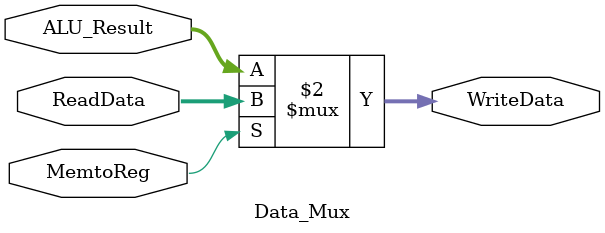
<source format=v>
`timescale 1ns / 1ps


module Data_Mux(ReadData, ALU_Result, MemtoReg, WriteData);

    input [63:0]ReadData, ALU_Result;
    input MemtoReg;
    output [63:0]WriteData;
    
    assign WriteData = (MemtoReg == 1) ? ReadData : ALU_Result;
 
endmodule

</source>
